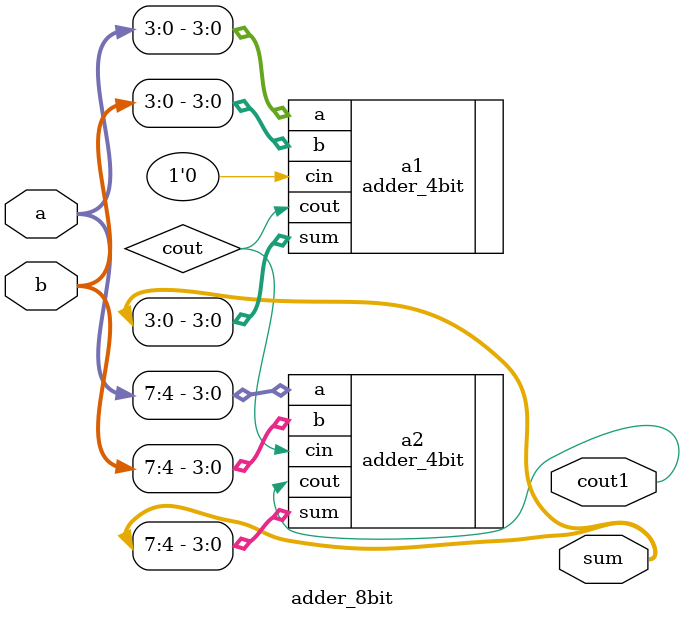
<source format=sv>
`timescale 1ns / 1ps



module adder_8bit(
input logic [7:0]a,
input logic [7:0]b,
output logic [7:0]sum,
output logic cout1
);
logic cin,cout;
adder_4bit a1(.a(a[3:0]),.b(b[3:0]),.sum(sum[3:0]),.cin(1'b0),.cout(cout));
adder_4bit a2(.a(a[7:4]),.b(b[7:4]),.sum(sum[7:4]),.cin(cout),.cout(cout1));
 
endmodule

</source>
